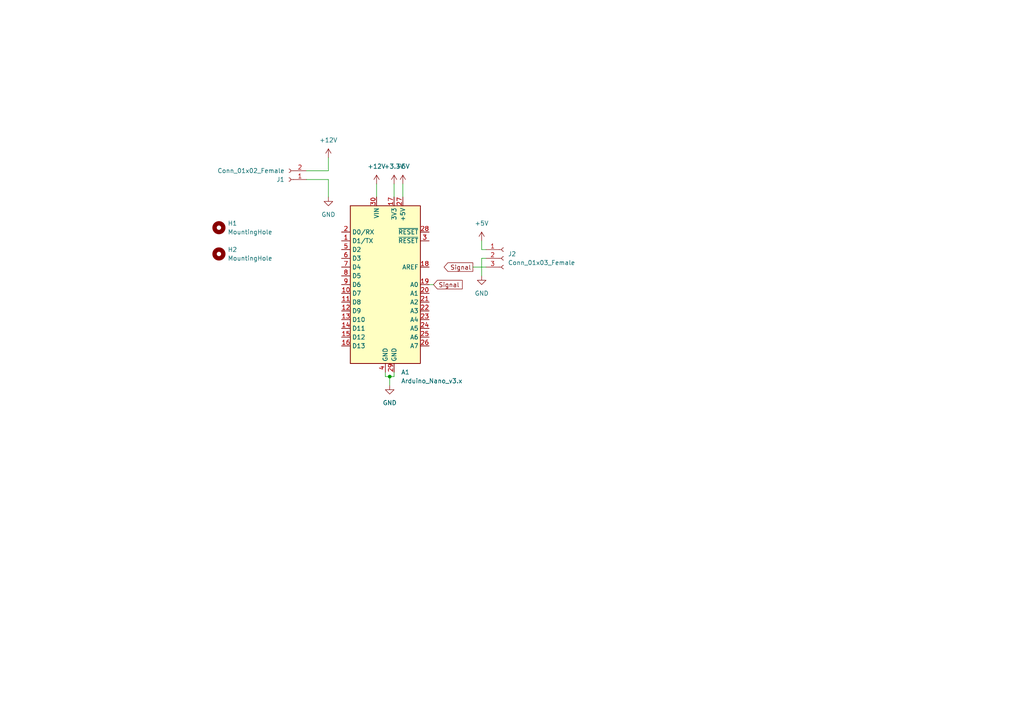
<source format=kicad_sch>
(kicad_sch (version 20211123) (generator eeschema)
  (paper "A4")
  (lib_symbols
    (symbol "Connector:Conn_01x02_Female" (pin_names (offset 1.016) hide)
      (property "Reference" "J" (at 0 2.54 0))
      (property "Value" "Conn_01x02_Female" (at 0 -5.08 0))
      (symbol "Conn_01x02_Female_1_1"
        (arc (start 0 -2.032) (mid -0.508 -2.54) (end 0 -3.048) (stroke (width 0.1524)))
        (polyline (pts (xy -1.27 -2.54) (xy -0.508 -2.54)) (stroke (width 0.1524)))
        (polyline (pts (xy -1.27 0) (xy -0.508 0)) (stroke (width 0.1524)))
        (arc (start 0 0.508) (mid -0.508 0) (end 0 -0.508) (stroke (width 0.1524)))
        (pin passive line (at -5.08 0 0) (length 3.81) (name "Pin_1") (number "1"))
        (pin passive line (at -5.08 -2.54 0) (length 3.81) (name "Pin_2") (number "2"))
      )
    )
    (symbol "Connector:Conn_01x03_Female" (pin_names (offset 1.016) hide)
      (property "Reference" "J" (at 0 5.08 0))
      (property "Value" "Conn_01x03_Female" (at 0 -5.08 0))
      (symbol "Conn_01x03_Female_1_1"
        (arc (start 0 -2.032) (mid -0.508 -2.54) (end 0 -3.048) (stroke (width 0.1524)))
        (polyline (pts (xy -1.27 -2.54) (xy -0.508 -2.54)) (stroke (width 0.1524)))
        (polyline (pts (xy -1.27 0) (xy -0.508 0)) (stroke (width 0.1524)))
        (polyline (pts (xy -1.27 2.54) (xy -0.508 2.54)) (stroke (width 0.1524)))
        (arc (start 0 0.508) (mid -0.508 0) (end 0 -0.508) (stroke (width 0.1524)))
        (arc (start 0 3.048) (mid -0.508 2.54) (end 0 2.032) (stroke (width 0.1524)))
        (pin passive line (at -5.08 2.54 0) (length 3.81) (name "Pin_1") (number "1"))
        (pin passive line (at -5.08 0 0) (length 3.81) (name "Pin_2") (number "2"))
        (pin passive line (at -5.08 -2.54 0) (length 3.81) (name "Pin_3") (number "3"))
      )
    )
    (symbol "MCU_Module:Arduino_Nano_v3.x"
      (property "Reference" "A" (at -10.16 23.495 0))
      (property "Value" "Arduino_Nano_v3.x" (at 5.08 -24.13 0))
      (symbol "Arduino_Nano_v3.x_0_1"
        (rectangle (start -10.16 22.86) (end 10.16 -22.86) (stroke (width 0.254)) (fill (type background)))
      )
      (symbol "Arduino_Nano_v3.x_1_1"
        (pin bidirectional line (at -12.7 12.7 0) (length 2.54) (name "D1/TX") (number "1"))
        (pin bidirectional line (at -12.7 -2.54 0) (length 2.54) (name "D7") (number "10"))
        (pin bidirectional line (at -12.7 -5.08 0) (length 2.54) (name "D8") (number "11"))
        (pin bidirectional line (at -12.7 -7.62 0) (length 2.54) (name "D9") (number "12"))
        (pin bidirectional line (at -12.7 -10.16 0) (length 2.54) (name "D10") (number "13"))
        (pin bidirectional line (at -12.7 -12.7 0) (length 2.54) (name "D11") (number "14"))
        (pin bidirectional line (at -12.7 -15.24 0) (length 2.54) (name "D12") (number "15"))
        (pin bidirectional line (at -12.7 -17.78 0) (length 2.54) (name "D13") (number "16"))
        (pin power_out line (at 2.54 25.4 270) (length 2.54) (name "3V3") (number "17"))
        (pin input line (at 12.7 5.08 180) (length 2.54) (name "AREF") (number "18"))
        (pin bidirectional line (at 12.7 0 180) (length 2.54) (name "A0") (number "19"))
        (pin bidirectional line (at -12.7 15.24 0) (length 2.54) (name "D0/RX") (number "2"))
        (pin bidirectional line (at 12.7 -2.54 180) (length 2.54) (name "A1") (number "20"))
        (pin bidirectional line (at 12.7 -5.08 180) (length 2.54) (name "A2") (number "21"))
        (pin bidirectional line (at 12.7 -7.62 180) (length 2.54) (name "A3") (number "22"))
        (pin bidirectional line (at 12.7 -10.16 180) (length 2.54) (name "A4") (number "23"))
        (pin bidirectional line (at 12.7 -12.7 180) (length 2.54) (name "A5") (number "24"))
        (pin bidirectional line (at 12.7 -15.24 180) (length 2.54) (name "A6") (number "25"))
        (pin bidirectional line (at 12.7 -17.78 180) (length 2.54) (name "A7") (number "26"))
        (pin power_out line (at 5.08 25.4 270) (length 2.54) (name "+5V") (number "27"))
        (pin input line (at 12.7 15.24 180) (length 2.54) (name "~{RESET}") (number "28"))
        (pin power_in line (at 2.54 -25.4 90) (length 2.54) (name "GND") (number "29"))
        (pin input line (at 12.7 12.7 180) (length 2.54) (name "~{RESET}") (number "3"))
        (pin power_in line (at -2.54 25.4 270) (length 2.54) (name "VIN") (number "30"))
        (pin power_in line (at 0 -25.4 90) (length 2.54) (name "GND") (number "4"))
        (pin bidirectional line (at -12.7 10.16 0) (length 2.54) (name "D2") (number "5"))
        (pin bidirectional line (at -12.7 7.62 0) (length 2.54) (name "D3") (number "6"))
        (pin bidirectional line (at -12.7 5.08 0) (length 2.54) (name "D4") (number "7"))
        (pin bidirectional line (at -12.7 2.54 0) (length 2.54) (name "D5") (number "8"))
        (pin bidirectional line (at -12.7 0 0) (length 2.54) (name "D6") (number "9"))
      )
    )
    (symbol "Mechanical:MountingHole" (pin_names (offset 1.016))
      (property "Reference" "H" (at 0 5.08 0))
      (property "Value" "MountingHole" (at 0 3.175 0))
      (symbol "MountingHole_0_1"
        (circle (center 0 0) (radius 1.27) (stroke (width 1.27)))
      )
    )
    (symbol "power:+12V" (power) (pin_names (offset 0))
      (property "Value" "+12V" (at 0 3.556 0))
      (symbol "+12V_0_1"
        (polyline (pts (xy -0.762 1.27) (xy 0 2.54)))
        (polyline (pts (xy 0 0) (xy 0 2.54)))
        (polyline (pts (xy 0 2.54) (xy 0.762 1.27)))
      )
      (symbol "+12V_1_1"
        (pin power_in line (at 0 0 90) (length 0) hide (name "+12V") (number "1"))
      )
    )
    (symbol "power:+3.3V" (power) (pin_names (offset 0))
      (property "Value" "+3.3V" (at 0 3.556 0))
      (symbol "+3.3V_0_1"
        (polyline (pts (xy -0.762 1.27) (xy 0 2.54)))
        (polyline (pts (xy 0 0) (xy 0 2.54)))
        (polyline (pts (xy 0 2.54) (xy 0.762 1.27)))
      )
      (symbol "+3.3V_1_1"
        (pin power_in line (at 0 0 90) (length 0) hide (name "+3.3V") (number "1"))
      )
    )
    (symbol "power:+5V" (power) (pin_names (offset 0))
      (property "Value" "+5V" (at 0 3.556 0))
      (symbol "+5V_0_1"
        (polyline (pts (xy -0.762 1.27) (xy 0 2.54)))
        (polyline (pts (xy 0 0) (xy 0 2.54)))
        (polyline (pts (xy 0 2.54) (xy 0.762 1.27)))
      )
      (symbol "+5V_1_1"
        (pin power_in line (at 0 0 90) (length 0) hide (name "+5V") (number "1"))
      )
    )
    (symbol "power:GND" (power) (pin_names (offset 0))
      (property "Value" "GND" (at 0 -3.81 0))
      (symbol "GND_0_1"
        (polyline (pts (xy 0 0) (xy 0 -1.27) (xy 1.27 -1.27) (xy 0 -2.54) (xy -1.27 -1.27) (xy 0 -1.27)))
      )
      (symbol "GND_1_1"
        (pin power_in line (at 0 0 270) (length 0) hide (name "GND") (number "1"))
      )
    )
  )
  (junction (at 113.03 109.22))
  (wire (pts (xy 111.76 109.22) (xy 113.03 109.22)))
  (wire (pts (xy 95.25 49.53) (xy 88.9 49.53)))
  (wire (pts (xy 137.16 77.47) (xy 140.97 77.47)))
  (wire (pts (xy 139.7 74.93) (xy 139.7 80.01)))
  (wire (pts (xy 109.22 53.34) (xy 109.22 57.15)))
  (wire (pts (xy 113.03 109.22) (xy 114.3 109.22)))
  (wire (pts (xy 139.7 69.85) (xy 139.7 72.39)))
  (wire (pts (xy 140.97 72.39) (xy 139.7 72.39)))
  (wire (pts (xy 114.3 53.34) (xy 114.3 57.15)))
  (wire (pts (xy 95.25 57.15) (xy 95.25 52.07)))
  (wire (pts (xy 140.97 74.93) (xy 139.7 74.93)))
  (wire (pts (xy 114.3 109.22) (xy 114.3 107.95)))
  (wire (pts (xy 95.25 52.07) (xy 88.9 52.07)))
  (wire (pts (xy 124.46 82.55) (xy 125.73 82.55)))
  (wire (pts (xy 111.76 107.95) (xy 111.76 109.22)))
  (wire (pts (xy 113.03 109.22) (xy 113.03 111.76)))
  (wire (pts (xy 116.84 53.34) (xy 116.84 57.15)))
  (wire (pts (xy 95.25 45.72) (xy 95.25 49.53)))
  (global_label "Signal" (shape output) (at 137.16 77.47 180) (property "Referenzen zwischen Schaltplänen" "${INTERSHEET_REFS}" (effects hide)))
  (global_label "Signal" (shape input) (at 125.73 82.55 0) (property "Referenzen zwischen Schaltplänen" "${INTERSHEET_REFS}" (effects hide)))
  (symbol (lib_id "power:+5V") (at 139.7 69.85 0) (unit 1)
    (property "Reference" "#PWR06" (effects hide))
    (property "Value" "+5V" (at 139.7 64.77 0))
  )
  (symbol (lib_id "Mechanical:MountingHole") (at 63.5 66.04 0) (unit 1)
    (property "Reference" "H1" (at 66.04 64.7699 0) (effects (justify left)))
    (property "Value" "MountingHole" (at 66.04 67.3099 0) (effects (justify left)))
  )
  (symbol (lib_id "Connector:Conn_01x03_Female") (at 146.05 74.93 0) (unit 1)
    (property "Reference" "J2" (at 147.32 73.6599 0) (effects (justify left)))
    (property "Value" "Conn_01x03_Female" (at 147.32 76.1999 0) (effects (justify left)))
    (property "Footprint" "Connector_PinHeader_2.54mm:PinHeader_1x03_P2.54mm_Vertical" (effects hide))
  )
  (symbol (lib_id "power:GND") (at 95.25 57.15 0) (unit 1)
    (property "Reference" "#PWR02" (effects hide))
    (property "Value" "GND" (at 95.25 62.23 0))
  )
  (symbol (lib_id "power:+5V") (at 116.84 53.34 0) (unit 1)
    (property "Reference" "#PWR05" (effects hide))
    (property "Value" "+5V" (at 116.84 48.26 0))
  )
  (symbol (lib_id "power:+3.3V") (at 114.3 53.34 0) (unit 1)
    (property "Reference" "#PWR04" (effects hide))
    (property "Value" "+3.3V" (at 114.3 48.26 0))
  )
  (symbol (lib_id "power:GND") (at 139.7 80.01 0) (unit 1)
    (property "Reference" "#PWR07" (effects hide))
    (property "Value" "GND" (at 139.7 85.09 0))
  )
  (symbol (lib_id "power:GND") (at 113.03 111.76 0) (unit 1)
    (property "Reference" "#PWR08" (effects hide))
    (property "Value" "GND" (at 113.03 116.84 0))
  )
  (symbol (lib_id "MCU_Module:Arduino_Nano_v3.x") (at 111.76 82.55 0) (unit 1)
    (property "Reference" "A1" (at 116.3194 107.95 0) (effects (justify left)))
    (property "Value" "Arduino_Nano_v3.x" (at 116.3194 110.49 0) (effects (justify left)))
    (property "Footprint" "Module:Arduino_Nano" (effects hide))
    (property "Datasheet" "http://www.mouser.com/pdfdocs/Gravitech_Arduino_Nano3_0.pdf" (effects hide))
  )
  (symbol (lib_id "Mechanical:MountingHole") (at 63.5 73.66 0) (unit 1)
    (property "Reference" "H2" (at 66.04 72.3899 0) (effects (justify left)))
    (property "Value" "MountingHole" (at 66.04 74.9299 0) (effects (justify left)))
  )
  (symbol (lib_id "power:+12V") (at 109.22 53.34 0) (unit 1)
    (property "Reference" "#PWR03" (effects hide))
    (property "Value" "+12V" (at 109.22 48.26 0))
  )
  (symbol (lib_id "Connector:Conn_01x02_Female") (at 83.82 52.07 180) (unit 1)
    (property "Reference" "J1" (at 82.55 52.0701 0) (effects (justify left)))
    (property "Value" "Conn_01x02_Female" (at 82.55 49.5301 0) (effects (justify left)))
    (property "Footprint" "Versorgung:Typ1" (effects hide))
  )
  (symbol (lib_id "power:+12V") (at 95.25 45.72 0) (unit 1)
    (property "Reference" "#PWR01" (effects hide))
    (property "Value" "+12V" (at 95.25 40.64 0))
  )
)
</source>
